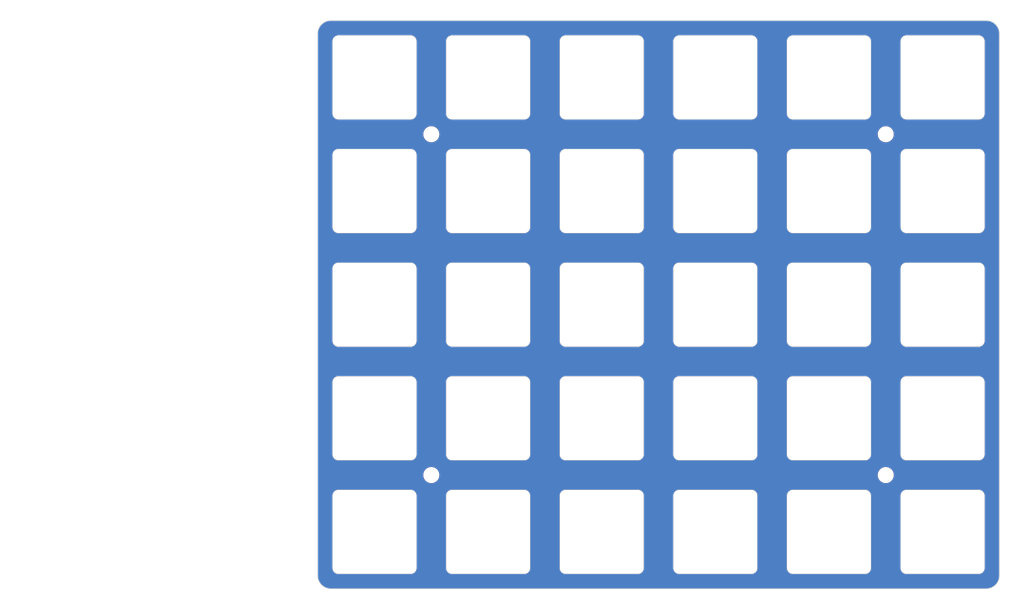
<source format=kicad_pcb>
(kicad_pcb (version 20241229) (generator "pcbnew") (generator_version "9.0")
  (layers (0 "F.Cu" signal) (2 "B.Cu" signal) (13 "F.Paste" user) (15 "B.Paste" user) (5 "F.SilkS" user "F.Silkscreen") (7 "B.SilkS" user "B.Silkscreen") (1 "F.Mask" user) (3 "B.Mask" user) (25 "Edge.Cuts" user))
  (net 0 "")
  (footprint "DreaM117er-keebLibrary:SW_Keyboard_Hole_1.00u" (layer "F.Cu") (at 173.849676 76.624911)
    (property "Reference" "L19" (hide yes))
    (property "Value" "Key_edge")
    (fp_line (start -7.049978 -6.049978) (end -7.049978 6.049978) (stroke (width 0.05)) (layer "Edge.Cuts"))
    (fp_line (start -6.049978 -7.049978) (end 6.049978 -7.049978) (stroke (width 0.05)) (layer "Edge.Cuts"))
    (fp_line (start -6.049978 7.049978) (end 6.049978 7.049978) (stroke (width 0.05)) (layer "Edge.Cuts"))
    (fp_line (start 7.049978 -6.049978) (end 7.049978 6.049978) (stroke (width 0.05)) (layer "Edge.Cuts"))
    (fp_arc (start -7.049978 -6.049978) (mid -6.757085 -6.757085) (end -6.049978 -7.049978) (stroke (width 0.05)) (layer "Edge.Cuts"))
    (fp_arc (start -6.049978 7.049978) (mid -6.757085 6.757085) (end -7.049978 6.049978) (stroke (width 0.05)) (layer "Edge.Cuts"))
    (fp_arc (start 6.049978 -7.049978) (mid 6.757085 -6.757085) (end 7.049978 -6.049978) (stroke (width 0.05)) (layer "Edge.Cuts"))
    (fp_arc (start 7.049978 6.049978) (mid 6.757085 6.757085) (end 6.049978 7.049978) (stroke (width 0.05)) (layer "Edge.Cuts"))
  )
  (footprint "MountingHole:MountingHole_2.2mm_M2" (layer "F.Cu") (at 183.375 105.2)
    (property "Reference" "H4" (hide yes))
    (property "Value" "M2")
    (pad "" np_thru_hole circle (at 0 0) (size 2.2 2.2) (drill 2.2) (layers "*.Cu" "*.Mask"))
  )
  (footprint "DreaM117er-keebLibrary:SW_Keyboard_Hole_1.00u" (layer "F.Cu") (at 97.649676 57.574911)
    (property "Reference" "L2" (hide yes))
    (property "Value" "Key_edge")
    (fp_line (start -7.049978 -6.049978) (end -7.049978 6.049978) (stroke (width 0.05)) (layer "Edge.Cuts"))
    (fp_line (start -6.049978 -7.049978) (end 6.049978 -7.049978) (stroke (width 0.05)) (layer "Edge.Cuts"))
    (fp_line (start -6.049978 7.049978) (end 6.049978 7.049978) (stroke (width 0.05)) (layer "Edge.Cuts"))
    (fp_line (start 7.049978 -6.049978) (end 7.049978 6.049978) (stroke (width 0.05)) (layer "Edge.Cuts"))
    (fp_arc (start -7.049978 -6.049978) (mid -6.757085 -6.757085) (end -6.049978 -7.049978) (stroke (width 0.05)) (layer "Edge.Cuts"))
    (fp_arc (start -6.049978 7.049978) (mid -6.757085 6.757085) (end -7.049978 6.049978) (stroke (width 0.05)) (layer "Edge.Cuts"))
    (fp_arc (start 6.049978 -7.049978) (mid 6.757085 -6.757085) (end 7.049978 -6.049978) (stroke (width 0.05)) (layer "Edge.Cuts"))
    (fp_arc (start 7.049978 6.049978) (mid 6.757085 6.757085) (end 6.049978 7.049978) (stroke (width 0.05)) (layer "Edge.Cuts"))
  )
  (footprint "DreaM117er-keebLibrary:SW_Keyboard_Hole_1.00u" (layer "F.Cu") (at 154.799676 57.574911)
    (property "Reference" "L14" (hide yes))
    (property "Value" "Key_edge")
    (fp_line (start -7.049978 -6.049978) (end -7.049978 6.049978) (stroke (width 0.05)) (layer "Edge.Cuts"))
    (fp_line (start -6.049978 -7.049978) (end 6.049978 -7.049978) (stroke (width 0.05)) (layer "Edge.Cuts"))
    (fp_line (start -6.049978 7.049978) (end 6.049978 7.049978) (stroke (width 0.05)) (layer "Edge.Cuts"))
    (fp_line (start 7.049978 -6.049978) (end 7.049978 6.049978) (stroke (width 0.05)) (layer "Edge.Cuts"))
    (fp_arc (start -7.049978 -6.049978) (mid -6.757085 -6.757085) (end -6.049978 -7.049978) (stroke (width 0.05)) (layer "Edge.Cuts"))
    (fp_arc (start -6.049978 7.049978) (mid -6.757085 6.757085) (end -7.049978 6.049978) (stroke (width 0.05)) (layer "Edge.Cuts"))
    (fp_arc (start 6.049978 -7.049978) (mid 6.757085 -6.757085) (end 7.049978 -6.049978) (stroke (width 0.05)) (layer "Edge.Cuts"))
    (fp_arc (start 7.049978 6.049978) (mid 6.757085 6.757085) (end 6.049978 7.049978) (stroke (width 0.05)) (layer "Edge.Cuts"))
  )
  (footprint "DreaM117er-keebLibrary:SW_Keyboard_Hole_1.00u" (layer "F.Cu") (at 173.849676 114.724911)
    (property "Reference" "L29" (hide yes))
    (property "Value" "Key_edge")
    (fp_line (start -7.049978 -6.049978) (end -7.049978 6.049978) (stroke (width 0.05)) (layer "Edge.Cuts"))
    (fp_line (start -6.049978 -7.049978) (end 6.049978 -7.049978) (stroke (width 0.05)) (layer "Edge.Cuts"))
    (fp_line (start -6.049978 7.049978) (end 6.049978 7.049978) (stroke (width 0.05)) (layer "Edge.Cuts"))
    (fp_line (start 7.049978 -6.049978) (end 7.049978 6.049978) (stroke (width 0.05)) (layer "Edge.Cuts"))
    (fp_arc (start -7.049978 -6.049978) (mid -6.757085 -6.757085) (end -6.049978 -7.049978) (stroke (width 0.05)) (layer "Edge.Cuts"))
    (fp_arc (start -6.049978 7.049978) (mid -6.757085 6.757085) (end -7.049978 6.049978) (stroke (width 0.05)) (layer "Edge.Cuts"))
    (fp_arc (start 6.049978 -7.049978) (mid 6.757085 -6.757085) (end 7.049978 -6.049978) (stroke (width 0.05)) (layer "Edge.Cuts"))
    (fp_arc (start 7.049978 6.049978) (mid 6.757085 6.757085) (end 6.049978 7.049978) (stroke (width 0.05)) (layer "Edge.Cuts"))
  )
  (footprint "DreaM117er-keebLibrary:SW_Keyboard_Hole_1.00u" (layer "F.Cu") (at 116.699676 76.624911)
    (property "Reference" "L7" (hide yes))
    (property "Value" "Key_edge")
    (fp_line (start -7.049978 -6.049978) (end -7.049978 6.049978) (stroke (width 0.05)) (layer "Edge.Cuts"))
    (fp_line (start -6.049978 -7.049978) (end 6.049978 -7.049978) (stroke (width 0.05)) (layer "Edge.Cuts"))
    (fp_line (start -6.049978 7.049978) (end 6.049978 7.049978) (stroke (width 0.05)) (layer "Edge.Cuts"))
    (fp_line (start 7.049978 -6.049978) (end 7.049978 6.049978) (stroke (width 0.05)) (layer "Edge.Cuts"))
    (fp_arc (start -7.049978 -6.049978) (mid -6.757085 -6.757085) (end -6.049978 -7.049978) (stroke (width 0.05)) (layer "Edge.Cuts"))
    (fp_arc (start -6.049978 7.049978) (mid -6.757085 6.757085) (end -7.049978 6.049978) (stroke (width 0.05)) (layer "Edge.Cuts"))
    (fp_arc (start 6.049978 -7.049978) (mid 6.757085 -6.757085) (end 7.049978 -6.049978) (stroke (width 0.05)) (layer "Edge.Cuts"))
    (fp_arc (start 7.049978 6.049978) (mid 6.757085 6.757085) (end 6.049978 7.049978) (stroke (width 0.05)) (layer "Edge.Cuts"))
  )
  (footprint "DreaM117er-keebLibrary:SW_Keyboard_Hole_1.00u" (layer "F.Cu") (at 192.899676 114.724911)
    (property "Reference" "L30" (hide yes))
    (property "Value" "Key_edge")
    (fp_line (start -7.049978 -6.049978) (end -7.049978 6.049978) (stroke (width 0.05)) (layer "Edge.Cuts"))
    (fp_line (start -6.049978 -7.049978) (end 6.049978 -7.049978) (stroke (width 0.05)) (layer "Edge.Cuts"))
    (fp_line (start -6.049978 7.049978) (end 6.049978 7.049978) (stroke (width 0.05)) (layer "Edge.Cuts"))
    (fp_line (start 7.049978 -6.049978) (end 7.049978 6.049978) (stroke (width 0.05)) (layer "Edge.Cuts"))
    (fp_arc (start -7.049978 -6.049978) (mid -6.757085 -6.757085) (end -6.049978 -7.049978) (stroke (width 0.05)) (layer "Edge.Cuts"))
    (fp_arc (start -6.049978 7.049978) (mid -6.757085 6.757085) (end -7.049978 6.049978) (stroke (width 0.05)) (layer "Edge.Cuts"))
    (fp_arc (start 6.049978 -7.049978) (mid 6.757085 -6.757085) (end 7.049978 -6.049978) (stroke (width 0.05)) (layer "Edge.Cuts"))
    (fp_arc (start 7.049978 6.049978) (mid 6.757085 6.757085) (end 6.049978 7.049978) (stroke (width 0.05)) (layer "Edge.Cuts"))
  )
  (footprint "DreaM117er-keebLibrary:SW_Keyboard_Hole_1.00u" (layer "F.Cu") (at 154.799676 95.674911)
    (property "Reference" "L16" (hide yes))
    (property "Value" "Key_edge")
    (fp_line (start -7.049978 -6.049978) (end -7.049978 6.049978) (stroke (width 0.05)) (layer "Edge.Cuts"))
    (fp_line (start -6.049978 -7.049978) (end 6.049978 -7.049978) (stroke (width 0.05)) (layer "Edge.Cuts"))
    (fp_line (start -6.049978 7.049978) (end 6.049978 7.049978) (stroke (width 0.05)) (layer "Edge.Cuts"))
    (fp_line (start 7.049978 -6.049978) (end 7.049978 6.049978) (stroke (width 0.05)) (layer "Edge.Cuts"))
    (fp_arc (start -7.049978 -6.049978) (mid -6.757085 -6.757085) (end -6.049978 -7.049978) (stroke (width 0.05)) (layer "Edge.Cuts"))
    (fp_arc (start -6.049978 7.049978) (mid -6.757085 6.757085) (end -7.049978 6.049978) (stroke (width 0.05)) (layer "Edge.Cuts"))
    (fp_arc (start 6.049978 -7.049978) (mid 6.757085 -6.757085) (end 7.049978 -6.049978) (stroke (width 0.05)) (layer "Edge.Cuts"))
    (fp_arc (start 7.049978 6.049978) (mid 6.757085 6.757085) (end 6.049978 7.049978) (stroke (width 0.05)) (layer "Edge.Cuts"))
  )
  (footprint "DreaM117er-keebLibrary:SW_Keyboard_Hole_1.00u" (layer "F.Cu") (at 135.749676 57.574911)
    (property "Reference" "L10" (hide yes))
    (property "Value" "Key_edge")
    (fp_line (start -7.049978 -6.049978) (end -7.049978 6.049978) (stroke (width 0.05)) (layer "Edge.Cuts"))
    (fp_line (start -6.049978 -7.049978) (end 6.049978 -7.049978) (stroke (width 0.05)) (layer "Edge.Cuts"))
    (fp_line (start -6.049978 7.049978) (end 6.049978 7.049978) (stroke (width 0.05)) (layer "Edge.Cuts"))
    (fp_line (start 7.049978 -6.049978) (end 7.049978 6.049978) (stroke (width 0.05)) (layer "Edge.Cuts"))
    (fp_arc (start -7.049978 -6.049978) (mid -6.757085 -6.757085) (end -6.049978 -7.049978) (stroke (width 0.05)) (layer "Edge.Cuts"))
    (fp_arc (start -6.049978 7.049978) (mid -6.757085 6.757085) (end -7.049978 6.049978) (stroke (width 0.05)) (layer "Edge.Cuts"))
    (fp_arc (start 6.049978 -7.049978) (mid 6.757085 -6.757085) (end 7.049978 -6.049978) (stroke (width 0.05)) (layer "Edge.Cuts"))
    (fp_arc (start 7.049978 6.049978) (mid 6.757085 6.757085) (end 6.049978 7.049978) (stroke (width 0.05)) (layer "Edge.Cuts"))
  )
  (footprint "DreaM117er-keebLibrary:SW_Keyboard_Hole_1.00u" (layer "F.Cu") (at 173.849676 95.674911)
    (property "Reference" "L20" (hide yes))
    (property "Value" "Key_edge")
    (fp_line (start -7.049978 -6.049978) (end -7.049978 6.049978) (stroke (width 0.05)) (layer "Edge.Cuts"))
    (fp_line (start -6.049978 -7.049978) (end 6.049978 -7.049978) (stroke (width 0.05)) (layer "Edge.Cuts"))
    (fp_line (start -6.049978 7.049978) (end 6.049978 7.049978) (stroke (width 0.05)) (layer "Edge.Cuts"))
    (fp_line (start 7.049978 -6.049978) (end 7.049978 6.049978) (stroke (width 0.05)) (layer "Edge.Cuts"))
    (fp_arc (start -7.049978 -6.049978) (mid -6.757085 -6.757085) (end -6.049978 -7.049978) (stroke (width 0.05)) (layer "Edge.Cuts"))
    (fp_arc (start -6.049978 7.049978) (mid -6.757085 6.757085) (end -7.049978 6.049978) (stroke (width 0.05)) (layer "Edge.Cuts"))
    (fp_arc (start 6.049978 -7.049978) (mid 6.757085 -6.757085) (end 7.049978 -6.049978) (stroke (width 0.05)) (layer "Edge.Cuts"))
    (fp_arc (start 7.049978 6.049978) (mid 6.757085 6.757085) (end 6.049978 7.049978) (stroke (width 0.05)) (layer "Edge.Cuts"))
  )
  (footprint "MountingHole:MountingHole_2.2mm_M2" (layer "F.Cu") (at 107.175 48.05)
    (property "Reference" "H1" (hide yes))
    (property "Value" "M2")
    (pad "" np_thru_hole circle (at 0 0) (size 2.2 2.2) (drill 2.2) (layers "*.Cu" "*.Mask"))
  )
  (footprint "DreaM117er-keebLibrary:SW_Keyboard_Hole_1.00u" (layer "F.Cu") (at 97.649676 114.724911)
    (property "Reference" "L25" (hide yes))
    (property "Value" "Key_edge")
    (fp_line (start -7.049978 -6.049978) (end -7.049978 6.049978) (stroke (width 0.05)) (layer "Edge.Cuts"))
    (fp_line (start -6.049978 -7.049978) (end 6.049978 -7.049978) (stroke (width 0.05)) (layer "Edge.Cuts"))
    (fp_line (start -6.049978 7.049978) (end 6.049978 7.049978) (stroke (width 0.05)) (layer "Edge.Cuts"))
    (fp_line (start 7.049978 -6.049978) (end 7.049978 6.049978) (stroke (width 0.05)) (layer "Edge.Cuts"))
    (fp_arc (start -7.049978 -6.049978) (mid -6.757085 -6.757085) (end -6.049978 -7.049978) (stroke (width 0.05)) (layer "Edge.Cuts"))
    (fp_arc (start -6.049978 7.049978) (mid -6.757085 6.757085) (end -7.049978 6.049978) (stroke (width 0.05)) (layer "Edge.Cuts"))
    (fp_arc (start 6.049978 -7.049978) (mid 6.757085 -6.757085) (end 7.049978 -6.049978) (stroke (width 0.05)) (layer "Edge.Cuts"))
    (fp_arc (start 7.049978 6.049978) (mid 6.757085 6.757085) (end 6.049978 7.049978) (stroke (width 0.05)) (layer "Edge.Cuts"))
  )
  (footprint "DreaM117er-keebLibrary:SW_Keyboard_Hole_1.00u" (layer "F.Cu") (at 173.849676 57.574911)
    (property "Reference" "L18" (hide yes))
    (property "Value" "Key_edge")
    (fp_line (start -7.049978 -6.049978) (end -7.049978 6.049978) (stroke (width 0.05)) (layer "Edge.Cuts"))
    (fp_line (start -6.049978 -7.049978) (end 6.049978 -7.049978) (stroke (width 0.05)) (layer "Edge.Cuts"))
    (fp_line (start -6.049978 7.049978) (end 6.049978 7.049978) (stroke (width 0.05)) (layer "Edge.Cuts"))
    (fp_line (start 7.049978 -6.049978) (end 7.049978 6.049978) (stroke (width 0.05)) (layer "Edge.Cuts"))
    (fp_arc (start -7.049978 -6.049978) (mid -6.757085 -6.757085) (end -6.049978 -7.049978) (stroke (width 0.05)) (layer "Edge.Cuts"))
    (fp_arc (start -6.049978 7.049978) (mid -6.757085 6.757085) (end -7.049978 6.049978) (stroke (width 0.05)) (layer "Edge.Cuts"))
    (fp_arc (start 6.049978 -7.049978) (mid 6.757085 -6.757085) (end 7.049978 -6.049978) (stroke (width 0.05)) (layer "Edge.Cuts"))
    (fp_arc (start 7.049978 6.049978) (mid 6.757085 6.757085) (end 6.049978 7.049978) (stroke (width 0.05)) (layer "Edge.Cuts"))
  )
  (footprint "MountingHole:MountingHole_2.2mm_M2" (layer "F.Cu") (at 107.175 105.2)
    (property "Reference" "H2" (hide yes))
    (property "Value" "M2")
    (pad "" np_thru_hole circle (at 0 0) (size 2.2 2.2) (drill 2.2) (layers "*.Cu" "*.Mask"))
  )
  (footprint "DreaM117er-keebLibrary:SW_Keyboard_Hole_1.00u" (layer "F.Cu") (at 97.649676 95.674911)
    (property "Reference" "L4" (hide yes))
    (property "Value" "Key_edge")
    (fp_line (start -7.049978 -6.049978) (end -7.049978 6.049978) (stroke (width 0.05)) (layer "Edge.Cuts"))
    (fp_line (start -6.049978 -7.049978) (end 6.049978 -7.049978) (stroke (width 0.05)) (layer "Edge.Cuts"))
    (fp_line (start -6.049978 7.049978) (end 6.049978 7.049978) (stroke (width 0.05)) (layer "Edge.Cuts"))
    (fp_line (start 7.049978 -6.049978) (end 7.049978 6.049978) (stroke (width 0.05)) (layer "Edge.Cuts"))
    (fp_arc (start -7.049978 -6.049978) (mid -6.757085 -6.757085) (end -6.049978 -7.049978) (stroke (width 0.05)) (layer "Edge.Cuts"))
    (fp_arc (start -6.049978 7.049978) (mid -6.757085 6.757085) (end -7.049978 6.049978) (stroke (width 0.05)) (layer "Edge.Cuts"))
    (fp_arc (start 6.049978 -7.049978) (mid 6.757085 -6.757085) (end 7.049978 -6.049978) (stroke (width 0.05)) (layer "Edge.Cuts"))
    (fp_arc (start 7.049978 6.049978) (mid 6.757085 6.757085) (end 6.049978 7.049978) (stroke (width 0.05)) (layer "Edge.Cuts"))
  )
  (footprint "DreaM117er-keebLibrary:SW_Keyboard_Hole_1.00u" (layer "F.Cu") (at 116.699676 114.724911)
    (property "Reference" "L26" (hide yes))
    (property "Value" "Key_edge")
    (fp_line (start -7.049978 -6.049978) (end -7.049978 6.049978) (stroke (width 0.05)) (layer "Edge.Cuts"))
    (fp_line (start -6.049978 -7.049978) (end 6.049978 -7.049978) (stroke (width 0.05)) (layer "Edge.Cuts"))
    (fp_line (start -6.049978 7.049978) (end 6.049978 7.049978) (stroke (width 0.05)) (layer "Edge.Cuts"))
    (fp_line (start 7.049978 -6.049978) (end 7.049978 6.049978) (stroke (width 0.05)) (layer "Edge.Cuts"))
    (fp_arc (start -7.049978 -6.049978) (mid -6.757085 -6.757085) (end -6.049978 -7.049978) (stroke (width 0.05)) (layer "Edge.Cuts"))
    (fp_arc (start -6.049978 7.049978) (mid -6.757085 6.757085) (end -7.049978 6.049978) (stroke (width 0.05)) (layer "Edge.Cuts"))
    (fp_arc (start 6.049978 -7.049978) (mid 6.757085 -6.757085) (end 7.049978 -6.049978) (stroke (width 0.05)) (layer "Edge.Cuts"))
    (fp_arc (start 7.049978 6.049978) (mid 6.757085 6.757085) (end 6.049978 7.049978) (stroke (width 0.05)) (layer "Edge.Cuts"))
  )
  (footprint "DreaM117er-keebLibrary:SW_Keyboard_Hole_1.00u" (layer "F.Cu") (at 154.799676 38.524911)
    (property "Reference" "L13" (hide yes))
    (property "Value" "Key_edge")
    (fp_line (start -7.049978 -6.049978) (end -7.049978 6.049978) (stroke (width 0.05)) (layer "Edge.Cuts"))
    (fp_line (start -6.049978 -7.049978) (end 6.049978 -7.049978) (stroke (width 0.05)) (layer "Edge.Cuts"))
    (fp_line (start -6.049978 7.049978) (end 6.049978 7.049978) (stroke (width 0.05)) (layer "Edge.Cuts"))
    (fp_line (start 7.049978 -6.049978) (end 7.049978 6.049978) (stroke (width 0.05)) (layer "Edge.Cuts"))
    (fp_arc (start -7.049978 -6.049978) (mid -6.757085 -6.757085) (end -6.049978 -7.049978) (stroke (width 0.05)) (layer "Edge.Cuts"))
    (fp_arc (start -6.049978 7.049978) (mid -6.757085 6.757085) (end -7.049978 6.049978) (stroke (width 0.05)) (layer "Edge.Cuts"))
    (fp_arc (start 6.049978 -7.049978) (mid 6.757085 -6.757085) (end 7.049978 -6.049978) (stroke (width 0.05)) (layer "Edge.Cuts"))
    (fp_arc (start 7.049978 6.049978) (mid 6.757085 6.757085) (end 6.049978 7.049978) (stroke (width 0.05)) (layer "Edge.Cuts"))
  )
  (footprint "DreaM117er-keebLibrary:SW_Keyboard_Hole_1.00u" (layer "F.Cu") (at 116.699676 57.574911)
    (property "Reference" "L6" (hide yes))
    (property "Value" "Key_edge")
    (fp_line (start -7.049978 -6.049978) (end -7.049978 6.049978) (stroke (width 0.05)) (layer "Edge.Cuts"))
    (fp_line (start -6.049978 -7.049978) (end 6.049978 -7.049978) (stroke (width 0.05)) (layer "Edge.Cuts"))
    (fp_line (start -6.049978 7.049978) (end 6.049978 7.049978) (stroke (width 0.05)) (layer "Edge.Cuts"))
    (fp_line (start 7.049978 -6.049978) (end 7.049978 6.049978) (stroke (width 0.05)) (layer "Edge.Cuts"))
    (fp_arc (start -7.049978 -6.049978) (mid -6.757085 -6.757085) (end -6.049978 -7.049978) (stroke (width 0.05)) (layer "Edge.Cuts"))
    (fp_arc (start -6.049978 7.049978) (mid -6.757085 6.757085) (end -7.049978 6.049978) (stroke (width 0.05)) (layer "Edge.Cuts"))
    (fp_arc (start 6.049978 -7.049978) (mid 6.757085 -6.757085) (end 7.049978 -6.049978) (stroke (width 0.05)) (layer "Edge.Cuts"))
    (fp_arc (start 7.049978 6.049978) (mid 6.757085 6.757085) (end 6.049978 7.049978) (stroke (width 0.05)) (layer "Edge.Cuts"))
  )
  (footprint "DreaM117er-keebLibrary:SW_Keyboard_Hole_1.00u" (layer "F.Cu") (at 97.649676 38.524911)
    (property "Reference" "L1" (hide yes))
    (property "Value" "Key_edge")
    (fp_line (start -7.049978 -6.049978) (end -7.049978 6.049978) (stroke (width 0.05)) (layer "Edge.Cuts"))
    (fp_line (start -6.049978 -7.049978) (end 6.049978 -7.049978) (stroke (width 0.05)) (layer "Edge.Cuts"))
    (fp_line (start -6.049978 7.049978) (end 6.049978 7.049978) (stroke (width 0.05)) (layer "Edge.Cuts"))
    (fp_line (start 7.049978 -6.049978) (end 7.049978 6.049978) (stroke (width 0.05)) (layer "Edge.Cuts"))
    (fp_arc (start -7.049978 -6.049978) (mid -6.757085 -6.757085) (end -6.049978 -7.049978) (stroke (width 0.05)) (layer "Edge.Cuts"))
    (fp_arc (start -6.049978 7.049978) (mid -6.757085 6.757085) (end -7.049978 6.049978) (stroke (width 0.05)) (layer "Edge.Cuts"))
    (fp_arc (start 6.049978 -7.049978) (mid 6.757085 -6.757085) (end 7.049978 -6.049978) (stroke (width 0.05)) (layer "Edge.Cuts"))
    (fp_arc (start 7.049978 6.049978) (mid 6.757085 6.757085) (end 6.049978 7.049978) (stroke (width 0.05)) (layer "Edge.Cuts"))
  )
  (footprint "DreaM117er-keebLibrary:SW_Keyboard_Hole_1.00u" (layer "F.Cu") (at 173.849676 38.524911)
    (property "Reference" "L17" (hide yes))
    (property "Value" "Key_edge")
    (fp_line (start -7.049978 -6.049978) (end -7.049978 6.049978) (stroke (width 0.05)) (layer "Edge.Cuts"))
    (fp_line (start -6.049978 -7.049978) (end 6.049978 -7.049978) (stroke (width 0.05)) (layer "Edge.Cuts"))
    (fp_line (start -6.049978 7.049978) (end 6.049978 7.049978) (stroke (width 0.05)) (layer "Edge.Cuts"))
    (fp_line (start 7.049978 -6.049978) (end 7.049978 6.049978) (stroke (width 0.05)) (layer "Edge.Cuts"))
    (fp_arc (start -7.049978 -6.049978) (mid -6.757085 -6.757085) (end -6.049978 -7.049978) (stroke (width 0.05)) (layer "Edge.Cuts"))
    (fp_arc (start -6.049978 7.049978) (mid -6.757085 6.757085) (end -7.049978 6.049978) (stroke (width 0.05)) (layer "Edge.Cuts"))
    (fp_arc (start 6.049978 -7.049978) (mid 6.757085 -6.757085) (end 7.049978 -6.049978) (stroke (width 0.05)) (layer "Edge.Cuts"))
    (fp_arc (start 7.049978 6.049978) (mid 6.757085 6.757085) (end 6.049978 7.049978) (stroke (width 0.05)) (layer "Edge.Cuts"))
  )
  (footprint "DreaM117er-keebLibrary:SW_Keyboard_Hole_1.00u" (layer "F.Cu") (at 116.699676 38.524911)
    (property "Reference" "L5" (hide yes))
    (property "Value" "Key_edge")
    (fp_line (start -7.049978 -6.049978) (end -7.049978 6.049978) (stroke (width 0.05)) (layer "Edge.Cuts"))
    (fp_line (start -6.049978 -7.049978) (end 6.049978 -7.049978) (stroke (width 0.05)) (layer "Edge.Cuts"))
    (fp_line (start -6.049978 7.049978) (end 6.049978 7.049978) (stroke (width 0.05)) (layer "Edge.Cuts"))
    (fp_line (start 7.049978 -6.049978) (end 7.049978 6.049978) (stroke (width 0.05)) (layer "Edge.Cuts"))
    (fp_arc (start -7.049978 -6.049978) (mid -6.757085 -6.757085) (end -6.049978 -7.049978) (stroke (width 0.05)) (layer "Edge.Cuts"))
    (fp_arc (start -6.049978 7.049978) (mid -6.757085 6.757085) (end -7.049978 6.049978) (stroke (width 0.05)) (layer "Edge.Cuts"))
    (fp_arc (start 6.049978 -7.049978) (mid 6.757085 -6.757085) (end 7.049978 -6.049978) (stroke (width 0.05)) (layer "Edge.Cuts"))
    (fp_arc (start 7.049978 6.049978) (mid 6.757085 6.757085) (end 6.049978 7.049978) (stroke (width 0.05)) (layer "Edge.Cuts"))
  )
  (footprint "DreaM117er-keebLibrary:SW_Keyboard_Hole_1.00u" (layer "F.Cu") (at 192.899676 57.574911)
    (property "Reference" "L22" (hide yes))
    (property "Value" "Key_edge")
    (fp_line (start -7.049978 -6.049978) (end -7.049978 6.049978) (stroke (width 0.05)) (layer "Edge.Cuts"))
    (fp_line (start -6.049978 -7.049978) (end 6.049978 -7.049978) (stroke (width 0.05)) (layer "Edge.Cuts"))
    (fp_line (start -6.049978 7.049978) (end 6.049978 7.049978) (stroke (width 0.05)) (layer "Edge.Cuts"))
    (fp_line (start 7.049978 -6.049978) (end 7.049978 6.049978) (stroke (width 0.05)) (layer "Edge.Cuts"))
    (fp_arc (start -7.049978 -6.049978) (mid -6.757085 -6.757085) (end -6.049978 -7.049978) (stroke (width 0.05)) (layer "Edge.Cuts"))
    (fp_arc (start -6.049978 7.049978) (mid -6.757085 6.757085) (end -7.049978 6.049978) (stroke (width 0.05)) (layer "Edge.Cuts"))
    (fp_arc (start 6.049978 -7.049978) (mid 6.757085 -6.757085) (end 7.049978 -6.049978) (stroke (width 0.05)) (layer "Edge.Cuts"))
    (fp_arc (start 7.049978 6.049978) (mid 6.757085 6.757085) (end 6.049978 7.049978) (stroke (width 0.05)) (layer "Edge.Cuts"))
  )
  (footprint "MountingHole:MountingHole_2.2mm_M2" (layer "F.Cu") (at 183.375 48.05)
    (property "Reference" "H3" (hide yes))
    (property "Value" "M2")
    (pad "" np_thru_hole circle (at 0 0) (size 2.2 2.2) (drill 2.2) (layers "*.Cu" "*.Mask"))
  )
  (footprint "DreaM117er-keebLibrary:SW_Keyboard_Hole_1.00u" (layer "F.Cu") (at 135.749676 114.724911)
    (property "Reference" "L27" (hide yes))
    (property "Value" "Key_edge")
    (fp_line (start -7.049978 -6.049978) (end -7.049978 6.049978) (stroke (width 0.05)) (layer "Edge.Cuts"))
    (fp_line (start -6.049978 -7.049978) (end 6.049978 -7.049978) (stroke (width 0.05)) (layer "Edge.Cuts"))
    (fp_line (start -6.049978 7.049978) (end 6.049978 7.049978) (stroke (width 0.05)) (layer "Edge.Cuts"))
    (fp_line (start 7.049978 -6.049978) (end 7.049978 6.049978) (stroke (width 0.05)) (layer "Edge.Cuts"))
    (fp_arc (start -7.049978 -6.049978) (mid -6.757085 -6.757085) (end -6.049978 -7.049978) (stroke (width 0.05)) (layer "Edge.Cuts"))
    (fp_arc (start -6.049978 7.049978) (mid -6.757085 6.757085) (end -7.049978 6.049978) (stroke (width 0.05)) (layer "Edge.Cuts"))
    (fp_arc (start 6.049978 -7.049978) (mid 6.757085 -6.757085) (end 7.049978 -6.049978) (stroke (width 0.05)) (layer "Edge.Cuts"))
    (fp_arc (start 7.049978 6.049978) (mid 6.757085 6.757085) (end 6.049978 7.049978) (stroke (width 0.05)) (layer "Edge.Cuts"))
  )
  (footprint "DreaM117er-keebLibrary:SW_Keyboard_Hole_1.00u" (layer "F.Cu") (at 192.899676 95.674911)
    (property "Reference" "L24" (hide yes))
    (property "Value" "Key_edge")
    (fp_line (start -7.049978 -6.049978) (end -7.049978 6.049978) (stroke (width 0.05)) (layer "Edge.Cuts"))
    (fp_line (start -6.049978 -7.049978) (end 6.049978 -7.049978) (stroke (width 0.05)) (layer "Edge.Cuts"))
    (fp_line (start -6.049978 7.049978) (end 6.049978 7.049978) (stroke (width 0.05)) (layer "Edge.Cuts"))
    (fp_line (start 7.049978 -6.049978) (end 7.049978 6.049978) (stroke (width 0.05)) (layer "Edge.Cuts"))
    (fp_arc (start -7.049978 -6.049978) (mid -6.757085 -6.757085) (end -6.049978 -7.049978) (stroke (width 0.05)) (layer "Edge.Cuts"))
    (fp_arc (start -6.049978 7.049978) (mid -6.757085 6.757085) (end -7.049978 6.049978) (stroke (width 0.05)) (layer "Edge.Cuts"))
    (fp_arc (start 6.049978 -7.049978) (mid 6.757085 -6.757085) (end 7.049978 -6.049978) (stroke (width 0.05)) (layer "Edge.Cuts"))
    (fp_arc (start 7.049978 6.049978) (mid 6.757085 6.757085) (end 6.049978 7.049978) (stroke (width 0.05)) (layer "Edge.Cuts"))
  )
  (footprint "DreaM117er-keebLibrary:SW_Keyboard_Hole_1.00u" (layer "F.Cu") (at 97.649676 76.624911)
    (property "Reference" "L3" (hide yes))
    (property "Value" "Key_edge")
    (fp_line (start -7.049978 -6.049978) (end -7.049978 6.049978) (stroke (width 0.05)) (layer "Edge.Cuts"))
    (fp_line (start -6.049978 -7.049978) (end 6.049978 -7.049978) (stroke (width 0.05)) (layer "Edge.Cuts"))
    (fp_line (start -6.049978 7.049978) (end 6.049978 7.049978) (stroke (width 0.05)) (layer "Edge.Cuts"))
    (fp_line (start 7.049978 -6.049978) (end 7.049978 6.049978) (stroke (width 0.05)) (layer "Edge.Cuts"))
    (fp_arc (start -7.049978 -6.049978) (mid -6.757085 -6.757085) (end -6.049978 -7.049978) (stroke (width 0.05)) (layer "Edge.Cuts"))
    (fp_arc (start -6.049978 7.049978) (mid -6.757085 6.757085) (end -7.049978 6.049978) (stroke (width 0.05)) (layer "Edge.Cuts"))
    (fp_arc (start 6.049978 -7.049978) (mid 6.757085 -6.757085) (end 7.049978 -6.049978) (stroke (width 0.05)) (layer "Edge.Cuts"))
    (fp_arc (start 7.049978 6.049978) (mid 6.757085 6.757085) (end 6.049978 7.049978) (stroke (width 0.05)) (layer "Edge.Cuts"))
  )
  (footprint "DreaM117er-keebLibrary:SW_Keyboard_Hole_1.00u" (layer "F.Cu") (at 192.899676 38.524911)
    (property "Reference" "L21" (hide yes))
    (property "Value" "Key_edge")
    (fp_line (start -7.049978 -6.049978) (end -7.049978 6.049978) (stroke (width 0.05)) (layer "Edge.Cuts"))
    (fp_line (start -6.049978 -7.049978) (end 6.049978 -7.049978) (stroke (width 0.05)) (layer "Edge.Cuts"))
    (fp_line (start -6.049978 7.049978) (end 6.049978 7.049978) (stroke (width 0.05)) (layer "Edge.Cuts"))
    (fp_line (start 7.049978 -6.049978) (end 7.049978 6.049978) (stroke (width 0.05)) (layer "Edge.Cuts"))
    (fp_arc (start -7.049978 -6.049978) (mid -6.757085 -6.757085) (end -6.049978 -7.049978) (stroke (width 0.05)) (layer "Edge.Cuts"))
    (fp_arc (start -6.049978 7.049978) (mid -6.757085 6.757085) (end -7.049978 6.049978) (stroke (width 0.05)) (layer "Edge.Cuts"))
    (fp_arc (start 6.049978 -7.049978) (mid 6.757085 -6.757085) (end 7.049978 -6.049978) (stroke (width 0.05)) (layer "Edge.Cuts"))
    (fp_arc (start 7.049978 6.049978) (mid 6.757085 6.757085) (end 6.049978 7.049978) (stroke (width 0.05)) (layer "Edge.Cuts"))
  )
  (footprint "DreaM117er-keebLibrary:SW_Keyboard_Hole_1.00u" (layer "F.Cu") (at 135.749676 95.674911)
    (property "Reference" "L12" (hide yes))
    (property "Value" "Key_edge")
    (fp_line (start -7.049978 -6.049978) (end -7.049978 6.049978) (stroke (width 0.05)) (layer "Edge.Cuts"))
    (fp_line (start -6.049978 -7.049978) (end 6.049978 -7.049978) (stroke (width 0.05)) (layer "Edge.Cuts"))
    (fp_line (start -6.049978 7.049978) (end 6.049978 7.049978) (stroke (width 0.05)) (layer "Edge.Cuts"))
    (fp_line (start 7.049978 -6.049978) (end 7.049978 6.049978) (stroke (width 0.05)) (layer "Edge.Cuts"))
    (fp_arc (start -7.049978 -6.049978) (mid -6.757085 -6.757085) (end -6.049978 -7.049978) (stroke (width 0.05)) (layer "Edge.Cuts"))
    (fp_arc (start -6.049978 7.049978) (mid -6.757085 6.757085) (end -7.049978 6.049978) (stroke (width 0.05)) (layer "Edge.Cuts"))
    (fp_arc (start 6.049978 -7.049978) (mid 6.757085 -6.757085) (end 7.049978 -6.049978) (stroke (width 0.05)) (layer "Edge.Cuts"))
    (fp_arc (start 7.049978 6.049978) (mid 6.757085 6.757085) (end 6.049978 7.049978) (stroke (width 0.05)) (layer "Edge.Cuts"))
  )
  (footprint "DreaM117er-keebLibrary:SW_Keyboard_Hole_1.00u" (layer "F.Cu") (at 135.749676 38.524911)
    (property "Reference" "L9" (hide yes))
    (property "Value" "Key_edge")
    (fp_line (start -7.049978 -6.049978) (end -7.049978 6.049978) (stroke (width 0.05)) (layer "Edge.Cuts"))
    (fp_line (start -6.049978 -7.049978) (end 6.049978 -7.049978) (stroke (width 0.05)) (layer "Edge.Cuts"))
    (fp_line (start -6.049978 7.049978) (end 6.049978 7.049978) (stroke (width 0.05)) (layer "Edge.Cuts"))
    (fp_line (start 7.049978 -6.049978) (end 7.049978 6.049978) (stroke (width 0.05)) (layer "Edge.Cuts"))
    (fp_arc (start -7.049978 -6.049978) (mid -6.757085 -6.757085) (end -6.049978 -7.049978) (stroke (width 0.05)) (layer "Edge.Cuts"))
    (fp_arc (start -6.049978 7.049978) (mid -6.757085 6.757085) (end -7.049978 6.049978) (stroke (width 0.05)) (layer "Edge.Cuts"))
    (fp_arc (start 6.049978 -7.049978) (mid 6.757085 -6.757085) (end 7.049978 -6.049978) (stroke (width 0.05)) (layer "Edge.Cuts"))
    (fp_arc (start 7.049978 6.049978) (mid 6.757085 6.757085) (end 6.049978 7.049978) (stroke (width 0.05)) (layer "Edge.Cuts"))
  )
  (footprint "DreaM117er-keebLibrary:SW_Keyboard_Hole_1.00u" (layer "F.Cu") (at 192.899676 76.624911)
    (property "Reference" "L23" (hide yes))
    (property "Value" "Key_edge")
    (fp_line (start -7.049978 -6.049978) (end -7.049978 6.049978) (stroke (width 0.05)) (layer "Edge.Cuts"))
    (fp_line (start -6.049978 -7.049978) (end 6.049978 -7.049978) (stroke (width 0.05)) (layer "Edge.Cuts"))
    (fp_line (start -6.049978 7.049978) (end 6.049978 7.049978) (stroke (width 0.05)) (layer "Edge.Cuts"))
    (fp_line (start 7.049978 -6.049978) (end 7.049978 6.049978) (stroke (width 0.05)) (layer "Edge.Cuts"))
    (fp_arc (start -7.049978 -6.049978) (mid -6.757085 -6.757085) (end -6.049978 -7.049978) (stroke (width 0.05)) (layer "Edge.Cuts"))
    (fp_arc (start -6.049978 7.049978) (mid -6.757085 6.757085) (end -7.049978 6.049978) (stroke (width 0.05)) (layer "Edge.Cuts"))
    (fp_arc (start 6.049978 -7.049978) (mid 6.757085 -6.757085) (end 7.049978 -6.049978) (stroke (width 0.05)) (layer "Edge.Cuts"))
    (fp_arc (start 7.049978 6.049978) (mid 6.757085 6.757085) (end 6.049978 7.049978) (stroke (width 0.05)) (layer "Edge.Cuts"))
  )
  (footprint "DreaM117er-keebLibrary:SW_Keyboard_Hole_1.00u" (layer "F.Cu") (at 154.799676 114.724911)
    (property "Reference" "L28" (hide yes))
    (property "Value" "Key_edge")
    (fp_line (start -7.049978 -6.049978) (end -7.049978 6.049978) (stroke (width 0.05)) (layer "Edge.Cuts"))
    (fp_line (start -6.049978 -7.049978) (end 6.049978 -7.049978) (stroke (width 0.05)) (layer "Edge.Cuts"))
    (fp_line (start -6.049978 7.049978) (end 6.049978 7.049978) (stroke (width 0.05)) (layer "Edge.Cuts"))
    (fp_line (start 7.049978 -6.049978) (end 7.049978 6.049978) (stroke (width 0.05)) (layer "Edge.Cuts"))
    (fp_arc (start -7.049978 -6.049978) (mid -6.757085 -6.757085) (end -6.049978 -7.049978) (stroke (width 0.05)) (layer "Edge.Cuts"))
    (fp_arc (start -6.049978 7.049978) (mid -6.757085 6.757085) (end -7.049978 6.049978) (stroke (width 0.05)) (layer "Edge.Cuts"))
    (fp_arc (start 6.049978 -7.049978) (mid 6.757085 -6.757085) (end 7.049978 -6.049978) (stroke (width 0.05)) (layer "Edge.Cuts"))
    (fp_arc (start 7.049978 6.049978) (mid 6.757085 6.757085) (end 6.049978 7.049978) (stroke (width 0.05)) (layer "Edge.Cuts"))
  )
  (footprint "DreaM117er-keebLibrary:SW_Keyboard_Hole_1.00u" (layer "F.Cu") (at 135.749676 76.624911)
    (property "Reference" "L11" (hide yes))
    (property "Value" "Key_edge")
    (fp_line (start -7.049978 -6.049978) (end -7.049978 6.049978) (stroke (width 0.05)) (layer "Edge.Cuts"))
    (fp_line (start -6.049978 -7.049978) (end 6.049978 -7.049978) (stroke (width 0.05)) (layer "Edge.Cuts"))
    (fp_line (start -6.049978 7.049978) (end 6.049978 7.049978) (stroke (width 0.05)) (layer "Edge.Cuts"))
    (fp_line (start 7.049978 -6.049978) (end 7.049978 6.049978) (stroke (width 0.05)) (layer "Edge.Cuts"))
    (fp_arc (start -7.049978 -6.049978) (mid -6.757085 -6.757085) (end -6.049978 -7.049978) (stroke (width 0.05)) (layer "Edge.Cuts"))
    (fp_arc (start -6.049978 7.049978) (mid -6.757085 6.757085) (end -7.049978 6.049978) (stroke (width 0.05)) (layer "Edge.Cuts"))
    (fp_arc (start 6.049978 -7.049978) (mid 6.757085 -6.757085) (end 7.049978 -6.049978) (stroke (width 0.05)) (layer "Edge.Cuts"))
    (fp_arc (start 7.049978 6.049978) (mid 6.757085 6.757085) (end 6.049978 7.049978) (stroke (width 0.05)) (layer "Edge.Cuts"))
  )
  (footprint "DreaM117er-keebLibrary:SW_Keyboard_Hole_1.00u" (layer "F.Cu") (at 116.699676 95.674911)
    (property "Reference" "L8" (hide yes))
    (property "Value" "Key_edge")
    (fp_line (start -7.049978 -6.049978) (end -7.049978 6.049978) (stroke (width 0.05)) (layer "Edge.Cuts"))
    (fp_line (start -6.049978 -7.049978) (end 6.049978 -7.049978) (stroke (width 0.05)) (layer "Edge.Cuts"))
    (fp_line (start -6.049978 7.049978) (end 6.049978 7.049978) (stroke (width 0.05)) (layer "Edge.Cuts"))
    (fp_line (start 7.049978 -6.049978) (end 7.049978 6.049978) (stroke (width 0.05)) (layer "Edge.Cuts"))
    (fp_arc (start -7.049978 -6.049978) (mid -6.757085 -6.757085) (end -6.049978 -7.049978) (stroke (width 0.05)) (layer "Edge.Cuts"))
    (fp_arc (start -6.049978 7.049978) (mid -6.757085 6.757085) (end -7.049978 6.049978) (stroke (width 0.05)) (layer "Edge.Cuts"))
    (fp_arc (start 6.049978 -7.049978) (mid 6.757085 -6.757085) (end 7.049978 -6.049978) (stroke (width 0.05)) (layer "Edge.Cuts"))
    (fp_arc (start 7.049978 6.049978) (mid 6.757085 6.757085) (end 6.049978 7.049978) (stroke (width 0.05)) (layer "Edge.Cuts"))
  )
  (footprint "DreaM117er-keebLibrary:SW_Keyboard_Hole_1.00u" (layer "F.Cu") (at 154.799676 76.624911)
    (property "Reference" "L15" (hide yes))
    (property "Value" "Key_edge")
    (fp_line (start -7.049978 -6.049978) (end -7.049978 6.049978) (stroke (width 0.05)) (layer "Edge.Cuts"))
    (fp_line (start -6.049978 -7.049978) (end 6.049978 -7.049978) (stroke (width 0.05)) (layer "Edge.Cuts"))
    (fp_line (start -6.049978 7.049978) (end 6.049978 7.049978) (stroke (width 0.05)) (layer "Edge.Cuts"))
    (fp_line (start 7.049978 -6.049978) (end 7.049978 6.049978) (stroke (width 0.05)) (layer "Edge.Cuts"))
    (fp_arc (start -7.049978 -6.049978) (mid -6.757085 -6.757085) (end -6.049978 -7.049978) (stroke (width 0.05)) (layer "Edge.Cuts"))
    (fp_arc (start -6.049978 7.049978) (mid -6.757085 6.757085) (end -7.049978 6.049978) (stroke (width 0.05)) (layer "Edge.Cuts"))
    (fp_arc (start 6.049978 -7.049978) (mid 6.757085 -6.757085) (end 7.049978 -6.049978) (stroke (width 0.05)) (layer "Edge.Cuts"))
    (fp_arc (start 7.049978 6.049978) (mid 6.757085 6.757085) (end 6.049978 7.049978) (stroke (width 0.05)) (layer "Edge.Cuts"))
  )
  (gr_arc (start 200.224676 28.999911) (mid 201.780311 29.644276) (end 202.424676 31.199911) (stroke (width 0.1)) (layer "Edge.Cuts"))
  (gr_line (start 90.3247 124.249911) (end 200.224676 124.249911) (stroke (width 0.1)) (layer "Edge.Cuts"))
  (gr_line (start 88.12469 122.049911) (end 88.124676 31.199911) (stroke (width 0.1)) (layer "Edge.Cuts"))
  (gr_arc (start 202.424676 122.049911) (mid 201.780311 123.605546) (end 200.224676 124.249911) (stroke (width 0.1)) (layer "Edge.Cuts"))
  (gr_arc (start 90.324676 124.249911) (mid 88.769041 123.605546) (end 88.124676 122.049911) (stroke (width 0.1)) (layer "Edge.Cuts"))
  (gr_line (start 90.324676 28.999911) (end 200.224676 28.999911) (stroke (width 0.1)) (layer "Edge.Cuts"))
  (gr_arc (start 88.124676 31.199911) (mid 88.769041 29.644276) (end 90.324676 28.999911) (stroke (width 0.1)) (layer "Edge.Cuts"))
  (gr_line (start 202.424676 31.207463) (end 202.424676 122.049911) (stroke (width 0.1)) (layer "Edge.Cuts"))
  (zone (net 0) (net_name "") (layers "F.Cu" "B.Cu") (connect_pads (clearance 0.5)) (min_thickness 0.25) (fill yes (thermal_gap 0.5) (thermal_bridge_width 0.5) (island_removal_mode 1) (island_area_min 10))
    (polygon (pts (xy 34.85 25.54) (xy 34.85 128.457128) (xy 206.136635 128.687017) (xy 206.56 25.66)))
  )
)
</source>
